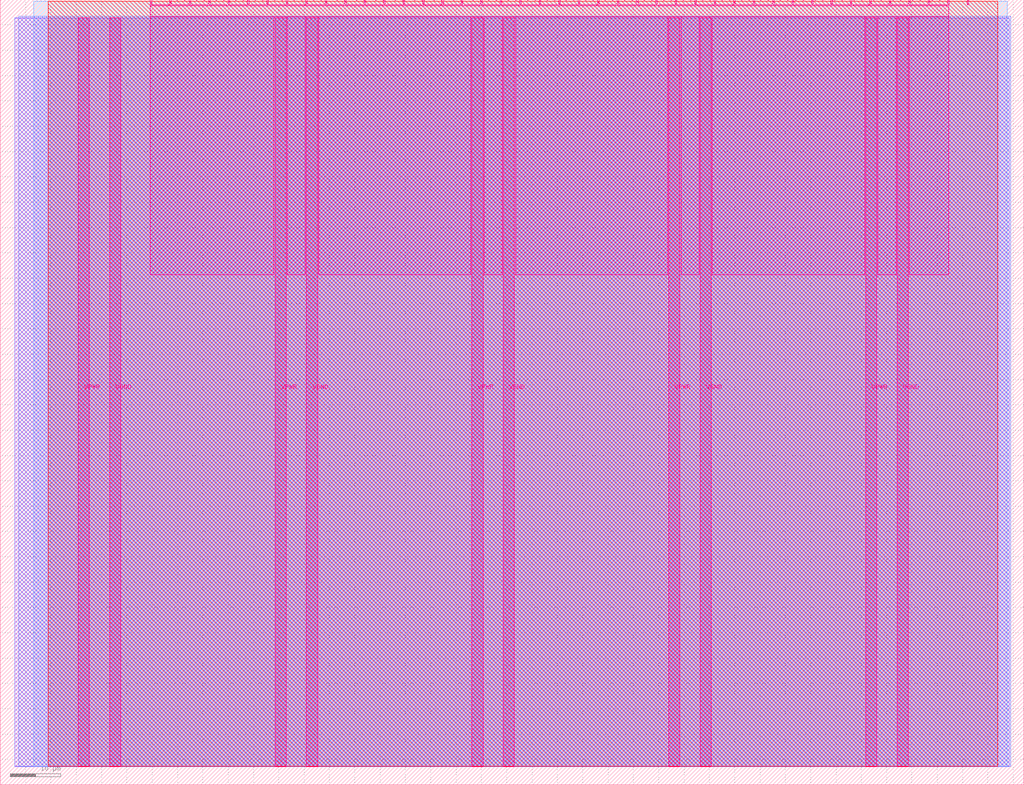
<source format=lef>
VERSION 5.7 ;
  NOWIREEXTENSIONATPIN ON ;
  DIVIDERCHAR "/" ;
  BUSBITCHARS "[]" ;
MACRO tt_um_z2a_rgb_mixer
  CLASS BLOCK ;
  FOREIGN tt_um_z2a_rgb_mixer ;
  ORIGIN 0.000 0.000 ;
  SIZE 202.080 BY 154.980 ;
  PIN VGND
    DIRECTION INOUT ;
    USE GROUND ;
    PORT
      LAYER Metal5 ;
        RECT 21.580 3.560 23.780 151.420 ;
    END
    PORT
      LAYER Metal5 ;
        RECT 60.450 3.560 62.650 151.420 ;
    END
    PORT
      LAYER Metal5 ;
        RECT 99.320 3.560 101.520 151.420 ;
    END
    PORT
      LAYER Metal5 ;
        RECT 138.190 3.560 140.390 151.420 ;
    END
    PORT
      LAYER Metal5 ;
        RECT 177.060 3.560 179.260 151.420 ;
    END
  END VGND
  PIN VPWR
    DIRECTION INOUT ;
    USE POWER ;
    PORT
      LAYER Metal5 ;
        RECT 15.380 3.560 17.580 151.420 ;
    END
    PORT
      LAYER Metal5 ;
        RECT 54.250 3.560 56.450 151.420 ;
    END
    PORT
      LAYER Metal5 ;
        RECT 93.120 3.560 95.320 151.420 ;
    END
    PORT
      LAYER Metal5 ;
        RECT 131.990 3.560 134.190 151.420 ;
    END
    PORT
      LAYER Metal5 ;
        RECT 170.860 3.560 173.060 151.420 ;
    END
  END VPWR
  PIN clk
    DIRECTION INPUT ;
    USE SIGNAL ;
    ANTENNAGATEAREA 0.213200 ;
    PORT
      LAYER Metal5 ;
        RECT 187.050 153.980 187.350 154.980 ;
    END
  END clk
  PIN ena
    DIRECTION INPUT ;
    USE SIGNAL ;
    PORT
      LAYER Metal5 ;
        RECT 190.890 153.980 191.190 154.980 ;
    END
  END ena
  PIN rst_n
    DIRECTION INPUT ;
    USE SIGNAL ;
    ANTENNAGATEAREA 0.639600 ;
    PORT
      LAYER Metal5 ;
        RECT 183.210 153.980 183.510 154.980 ;
    END
  END rst_n
  PIN ui_in[0]
    DIRECTION INPUT ;
    USE SIGNAL ;
    ANTENNAGATEAREA 0.180700 ;
    PORT
      LAYER Metal5 ;
        RECT 179.370 153.980 179.670 154.980 ;
    END
  END ui_in[0]
  PIN ui_in[1]
    DIRECTION INPUT ;
    USE SIGNAL ;
    ANTENNAGATEAREA 0.213200 ;
    PORT
      LAYER Metal5 ;
        RECT 175.530 153.980 175.830 154.980 ;
    END
  END ui_in[1]
  PIN ui_in[2]
    DIRECTION INPUT ;
    USE SIGNAL ;
    ANTENNAGATEAREA 0.180700 ;
    PORT
      LAYER Metal5 ;
        RECT 171.690 153.980 171.990 154.980 ;
    END
  END ui_in[2]
  PIN ui_in[3]
    DIRECTION INPUT ;
    USE SIGNAL ;
    ANTENNAGATEAREA 0.180700 ;
    PORT
      LAYER Metal5 ;
        RECT 167.850 153.980 168.150 154.980 ;
    END
  END ui_in[3]
  PIN ui_in[4]
    DIRECTION INPUT ;
    USE SIGNAL ;
    ANTENNAGATEAREA 0.180700 ;
    PORT
      LAYER Metal5 ;
        RECT 164.010 153.980 164.310 154.980 ;
    END
  END ui_in[4]
  PIN ui_in[5]
    DIRECTION INPUT ;
    USE SIGNAL ;
    ANTENNAGATEAREA 0.180700 ;
    PORT
      LAYER Metal5 ;
        RECT 160.170 153.980 160.470 154.980 ;
    END
  END ui_in[5]
  PIN ui_in[6]
    DIRECTION INPUT ;
    USE SIGNAL ;
    ANTENNAGATEAREA 0.213200 ;
    PORT
      LAYER Metal5 ;
        RECT 156.330 153.980 156.630 154.980 ;
    END
  END ui_in[6]
  PIN ui_in[7]
    DIRECTION INPUT ;
    USE SIGNAL ;
    ANTENNAGATEAREA 0.213200 ;
    PORT
      LAYER Metal5 ;
        RECT 152.490 153.980 152.790 154.980 ;
    END
  END ui_in[7]
  PIN uio_in[0]
    DIRECTION INPUT ;
    USE SIGNAL ;
    PORT
      LAYER Metal5 ;
        RECT 148.650 153.980 148.950 154.980 ;
    END
  END uio_in[0]
  PIN uio_in[1]
    DIRECTION INPUT ;
    USE SIGNAL ;
    PORT
      LAYER Metal5 ;
        RECT 144.810 153.980 145.110 154.980 ;
    END
  END uio_in[1]
  PIN uio_in[2]
    DIRECTION INPUT ;
    USE SIGNAL ;
    PORT
      LAYER Metal5 ;
        RECT 140.970 153.980 141.270 154.980 ;
    END
  END uio_in[2]
  PIN uio_in[3]
    DIRECTION INPUT ;
    USE SIGNAL ;
    PORT
      LAYER Metal5 ;
        RECT 137.130 153.980 137.430 154.980 ;
    END
  END uio_in[3]
  PIN uio_in[4]
    DIRECTION INPUT ;
    USE SIGNAL ;
    PORT
      LAYER Metal5 ;
        RECT 133.290 153.980 133.590 154.980 ;
    END
  END uio_in[4]
  PIN uio_in[5]
    DIRECTION INPUT ;
    USE SIGNAL ;
    PORT
      LAYER Metal5 ;
        RECT 129.450 153.980 129.750 154.980 ;
    END
  END uio_in[5]
  PIN uio_in[6]
    DIRECTION INPUT ;
    USE SIGNAL ;
    PORT
      LAYER Metal5 ;
        RECT 125.610 153.980 125.910 154.980 ;
    END
  END uio_in[6]
  PIN uio_in[7]
    DIRECTION INPUT ;
    USE SIGNAL ;
    PORT
      LAYER Metal5 ;
        RECT 121.770 153.980 122.070 154.980 ;
    END
  END uio_in[7]
  PIN uio_oe[0]
    DIRECTION OUTPUT ;
    USE SIGNAL ;
    ANTENNADIFFAREA 0.392700 ;
    PORT
      LAYER Metal5 ;
        RECT 56.490 153.980 56.790 154.980 ;
    END
  END uio_oe[0]
  PIN uio_oe[1]
    DIRECTION OUTPUT ;
    USE SIGNAL ;
    ANTENNADIFFAREA 0.392700 ;
    PORT
      LAYER Metal5 ;
        RECT 52.650 153.980 52.950 154.980 ;
    END
  END uio_oe[1]
  PIN uio_oe[2]
    DIRECTION OUTPUT ;
    USE SIGNAL ;
    ANTENNADIFFAREA 0.392700 ;
    PORT
      LAYER Metal5 ;
        RECT 48.810 153.980 49.110 154.980 ;
    END
  END uio_oe[2]
  PIN uio_oe[3]
    DIRECTION OUTPUT ;
    USE SIGNAL ;
    ANTENNADIFFAREA 0.392700 ;
    PORT
      LAYER Metal5 ;
        RECT 44.970 153.980 45.270 154.980 ;
    END
  END uio_oe[3]
  PIN uio_oe[4]
    DIRECTION OUTPUT ;
    USE SIGNAL ;
    ANTENNADIFFAREA 0.392700 ;
    PORT
      LAYER Metal5 ;
        RECT 41.130 153.980 41.430 154.980 ;
    END
  END uio_oe[4]
  PIN uio_oe[5]
    DIRECTION OUTPUT ;
    USE SIGNAL ;
    ANTENNADIFFAREA 0.392700 ;
    PORT
      LAYER Metal5 ;
        RECT 37.290 153.980 37.590 154.980 ;
    END
  END uio_oe[5]
  PIN uio_oe[6]
    DIRECTION OUTPUT ;
    USE SIGNAL ;
    ANTENNADIFFAREA 0.392700 ;
    PORT
      LAYER Metal5 ;
        RECT 33.450 153.980 33.750 154.980 ;
    END
  END uio_oe[6]
  PIN uio_oe[7]
    DIRECTION OUTPUT ;
    USE SIGNAL ;
    ANTENNADIFFAREA 0.392700 ;
    PORT
      LAYER Metal5 ;
        RECT 29.610 153.980 29.910 154.980 ;
    END
  END uio_oe[7]
  PIN uio_out[0]
    DIRECTION OUTPUT ;
    USE SIGNAL ;
    ANTENNADIFFAREA 1.124800 ;
    PORT
      LAYER Metal5 ;
        RECT 87.210 153.980 87.510 154.980 ;
    END
  END uio_out[0]
  PIN uio_out[1]
    DIRECTION OUTPUT ;
    USE SIGNAL ;
    ANTENNADIFFAREA 1.124800 ;
    PORT
      LAYER Metal5 ;
        RECT 83.370 153.980 83.670 154.980 ;
    END
  END uio_out[1]
  PIN uio_out[2]
    DIRECTION OUTPUT ;
    USE SIGNAL ;
    ANTENNADIFFAREA 1.124800 ;
    PORT
      LAYER Metal5 ;
        RECT 79.530 153.980 79.830 154.980 ;
    END
  END uio_out[2]
  PIN uio_out[3]
    DIRECTION OUTPUT ;
    USE SIGNAL ;
    ANTENNADIFFAREA 1.124800 ;
    PORT
      LAYER Metal5 ;
        RECT 75.690 153.980 75.990 154.980 ;
    END
  END uio_out[3]
  PIN uio_out[4]
    DIRECTION OUTPUT ;
    USE SIGNAL ;
    ANTENNADIFFAREA 1.124800 ;
    PORT
      LAYER Metal5 ;
        RECT 71.850 153.980 72.150 154.980 ;
    END
  END uio_out[4]
  PIN uio_out[5]
    DIRECTION OUTPUT ;
    USE SIGNAL ;
    ANTENNADIFFAREA 1.124800 ;
    PORT
      LAYER Metal5 ;
        RECT 68.010 153.980 68.310 154.980 ;
    END
  END uio_out[5]
  PIN uio_out[6]
    DIRECTION OUTPUT ;
    USE SIGNAL ;
    ANTENNADIFFAREA 1.124800 ;
    PORT
      LAYER Metal5 ;
        RECT 64.170 153.980 64.470 154.980 ;
    END
  END uio_out[6]
  PIN uio_out[7]
    DIRECTION OUTPUT ;
    USE SIGNAL ;
    ANTENNADIFFAREA 1.124800 ;
    PORT
      LAYER Metal5 ;
        RECT 60.330 153.980 60.630 154.980 ;
    END
  END uio_out[7]
  PIN uo_out[0]
    DIRECTION OUTPUT ;
    USE SIGNAL ;
    ANTENNADIFFAREA 0.706800 ;
    PORT
      LAYER Metal5 ;
        RECT 117.930 153.980 118.230 154.980 ;
    END
  END uo_out[0]
  PIN uo_out[1]
    DIRECTION OUTPUT ;
    USE SIGNAL ;
    ANTENNADIFFAREA 0.654800 ;
    PORT
      LAYER Metal5 ;
        RECT 114.090 153.980 114.390 154.980 ;
    END
  END uo_out[1]
  PIN uo_out[2]
    DIRECTION OUTPUT ;
    USE SIGNAL ;
    ANTENNADIFFAREA 0.654800 ;
    PORT
      LAYER Metal5 ;
        RECT 110.250 153.980 110.550 154.980 ;
    END
  END uo_out[2]
  PIN uo_out[3]
    DIRECTION OUTPUT ;
    USE SIGNAL ;
    ANTENNADIFFAREA 0.299200 ;
    PORT
      LAYER Metal5 ;
        RECT 106.410 153.980 106.710 154.980 ;
    END
  END uo_out[3]
  PIN uo_out[4]
    DIRECTION OUTPUT ;
    USE SIGNAL ;
    ANTENNADIFFAREA 0.299200 ;
    PORT
      LAYER Metal5 ;
        RECT 102.570 153.980 102.870 154.980 ;
    END
  END uo_out[4]
  PIN uo_out[5]
    DIRECTION OUTPUT ;
    USE SIGNAL ;
    ANTENNADIFFAREA 0.299200 ;
    PORT
      LAYER Metal5 ;
        RECT 98.730 153.980 99.030 154.980 ;
    END
  END uo_out[5]
  PIN uo_out[6]
    DIRECTION OUTPUT ;
    USE SIGNAL ;
    ANTENNADIFFAREA 0.299200 ;
    PORT
      LAYER Metal5 ;
        RECT 94.890 153.980 95.190 154.980 ;
    END
  END uo_out[6]
  PIN uo_out[7]
    DIRECTION OUTPUT ;
    USE SIGNAL ;
    ANTENNADIFFAREA 0.299200 ;
    PORT
      LAYER Metal5 ;
        RECT 91.050 153.980 91.350 154.980 ;
    END
  END uo_out[7]
  OBS
      LAYER GatPoly ;
        RECT 2.880 3.630 199.200 151.350 ;
      LAYER Metal1 ;
        RECT 2.880 3.560 199.200 151.420 ;
      LAYER Metal2 ;
        RECT 3.695 3.680 199.475 151.720 ;
      LAYER Metal3 ;
        RECT 6.620 3.635 198.820 154.705 ;
      LAYER Metal4 ;
        RECT 9.455 3.680 196.945 154.660 ;
      LAYER Metal5 ;
        RECT 30.120 153.770 33.240 153.980 ;
        RECT 33.960 153.770 37.080 153.980 ;
        RECT 37.800 153.770 40.920 153.980 ;
        RECT 41.640 153.770 44.760 153.980 ;
        RECT 45.480 153.770 48.600 153.980 ;
        RECT 49.320 153.770 52.440 153.980 ;
        RECT 53.160 153.770 56.280 153.980 ;
        RECT 57.000 153.770 60.120 153.980 ;
        RECT 60.840 153.770 63.960 153.980 ;
        RECT 64.680 153.770 67.800 153.980 ;
        RECT 68.520 153.770 71.640 153.980 ;
        RECT 72.360 153.770 75.480 153.980 ;
        RECT 76.200 153.770 79.320 153.980 ;
        RECT 80.040 153.770 83.160 153.980 ;
        RECT 83.880 153.770 87.000 153.980 ;
        RECT 87.720 153.770 90.840 153.980 ;
        RECT 91.560 153.770 94.680 153.980 ;
        RECT 95.400 153.770 98.520 153.980 ;
        RECT 99.240 153.770 102.360 153.980 ;
        RECT 103.080 153.770 106.200 153.980 ;
        RECT 106.920 153.770 110.040 153.980 ;
        RECT 110.760 153.770 113.880 153.980 ;
        RECT 114.600 153.770 117.720 153.980 ;
        RECT 118.440 153.770 121.560 153.980 ;
        RECT 122.280 153.770 125.400 153.980 ;
        RECT 126.120 153.770 129.240 153.980 ;
        RECT 129.960 153.770 133.080 153.980 ;
        RECT 133.800 153.770 136.920 153.980 ;
        RECT 137.640 153.770 140.760 153.980 ;
        RECT 141.480 153.770 144.600 153.980 ;
        RECT 145.320 153.770 148.440 153.980 ;
        RECT 149.160 153.770 152.280 153.980 ;
        RECT 153.000 153.770 156.120 153.980 ;
        RECT 156.840 153.770 159.960 153.980 ;
        RECT 160.680 153.770 163.800 153.980 ;
        RECT 164.520 153.770 167.640 153.980 ;
        RECT 168.360 153.770 171.480 153.980 ;
        RECT 172.200 153.770 175.320 153.980 ;
        RECT 176.040 153.770 179.160 153.980 ;
        RECT 179.880 153.770 183.000 153.980 ;
        RECT 183.720 153.770 186.840 153.980 ;
        RECT 29.660 151.630 187.300 153.770 ;
        RECT 29.660 100.655 54.040 151.630 ;
        RECT 56.660 100.655 60.240 151.630 ;
        RECT 62.860 100.655 92.910 151.630 ;
        RECT 95.530 100.655 99.110 151.630 ;
        RECT 101.730 100.655 131.780 151.630 ;
        RECT 134.400 100.655 137.980 151.630 ;
        RECT 140.600 100.655 170.650 151.630 ;
        RECT 173.270 100.655 176.850 151.630 ;
        RECT 179.470 100.655 187.300 151.630 ;
  END
END tt_um_z2a_rgb_mixer
END LIBRARY


</source>
